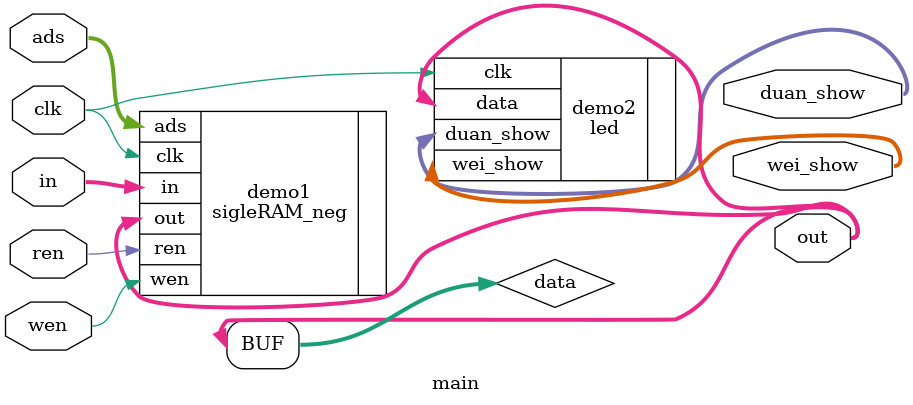
<source format=v>
`timescale 1ns / 1ps


module main#(parameter datawidth=8,adswidth=4,depth=1<<adswidth)(
input clk,
input wen,
input ren,
input [adswidth-1:0]ads,
input [datawidth-1:0]in,
output [datawidth-1:0]out,
output [3:0]wei_show,
output [7:0]duan_show 
    );
    wire [datawidth-1:0]data;
    assign data=out;
    sigleRAM_neg demo1(.clk(clk),.wen(wen),.ren(ren),.ads(ads),.in(in),.out(out));
    led demo2(.clk(clk),.data(data),.wei_show(wei_show),.duan_show(duan_show));
endmodule

</source>
